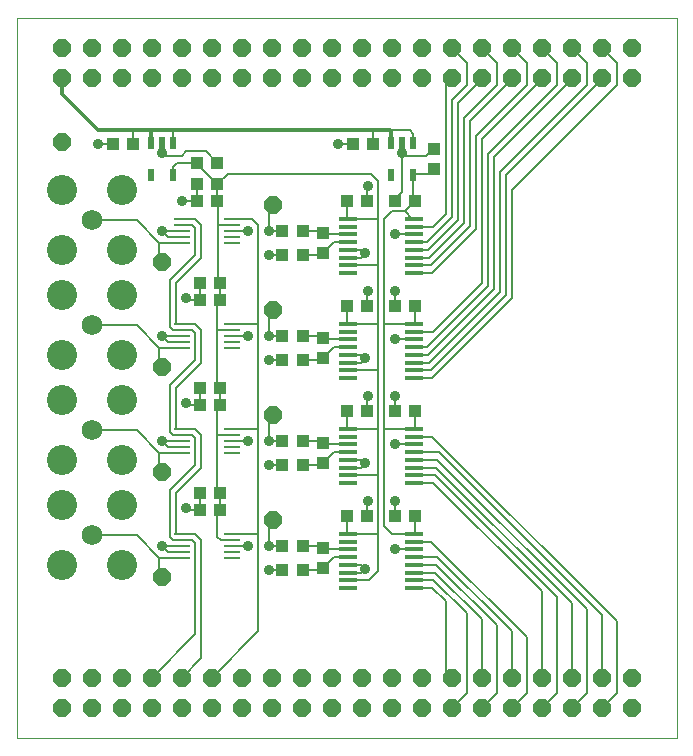
<source format=gtl>
G75*
G70*
%OFA0B0*%
%FSLAX24Y24*%
%IPPOS*%
%LPD*%
%AMOC8*
5,1,8,0,0,1.08239X$1,22.5*
%
%ADD10C,0.0000*%
%ADD11R,0.0551X0.0110*%
%ADD12C,0.1005*%
%ADD13C,0.0690*%
%ADD14R,0.0394X0.0433*%
%ADD15OC8,0.0600*%
%ADD16R,0.0413X0.0425*%
%ADD17R,0.0630X0.0138*%
%ADD18R,0.0425X0.0413*%
%ADD19R,0.0217X0.0394*%
%ADD20C,0.0080*%
%ADD21C,0.0357*%
%ADD22C,0.0120*%
D10*
X000590Y000290D02*
X000590Y024290D01*
X022590Y024290D01*
X022590Y000290D01*
X000590Y000290D01*
D11*
X006097Y006296D03*
X006097Y006493D03*
X006097Y006690D03*
X006097Y006887D03*
X006097Y007084D03*
X007783Y007084D03*
X007783Y006887D03*
X007783Y006690D03*
X007783Y006493D03*
X007783Y006296D03*
X007783Y009796D03*
X007783Y009993D03*
X007783Y010190D03*
X007783Y010387D03*
X007783Y010584D03*
X006097Y010584D03*
X006097Y010387D03*
X006097Y010190D03*
X006097Y009993D03*
X006097Y009796D03*
X006097Y013296D03*
X006097Y013493D03*
X006097Y013690D03*
X006097Y013887D03*
X006097Y014084D03*
X007783Y014084D03*
X007783Y013887D03*
X007783Y013690D03*
X007783Y013493D03*
X007783Y013296D03*
X007783Y016796D03*
X007783Y016993D03*
X007783Y017190D03*
X007783Y017387D03*
X007783Y017584D03*
X006097Y017584D03*
X006097Y017387D03*
X006097Y017190D03*
X006097Y016993D03*
X006097Y016796D03*
D12*
X004090Y016540D03*
X004090Y015040D03*
X004090Y013040D03*
X004090Y011540D03*
X002090Y011540D03*
X002090Y013040D03*
X002090Y015040D03*
X002090Y016540D03*
X002090Y018540D03*
X004090Y018540D03*
X004090Y009540D03*
X004090Y008040D03*
X004090Y006040D03*
X002090Y006040D03*
X002090Y008040D03*
X002090Y009540D03*
D13*
X003090Y010540D03*
X003090Y007040D03*
X003090Y014040D03*
X003090Y017540D03*
D14*
X009455Y017190D03*
X010125Y017190D03*
X010125Y016390D03*
X009455Y016390D03*
X009455Y013690D03*
X010125Y013690D03*
X010125Y012890D03*
X009455Y012890D03*
X009455Y010190D03*
X010125Y010190D03*
X010125Y009390D03*
X009455Y009390D03*
X009455Y006690D03*
X010125Y006690D03*
X010125Y005890D03*
X009455Y005890D03*
D15*
X009140Y007540D03*
X009140Y011040D03*
X009140Y014540D03*
X009140Y018040D03*
X005440Y016140D03*
X005440Y012640D03*
X005440Y009140D03*
X005440Y005640D03*
X005090Y002290D03*
X005090Y001290D03*
X006090Y001290D03*
X006090Y002290D03*
X007090Y002290D03*
X007090Y001290D03*
X008090Y001290D03*
X008090Y002290D03*
X009090Y002290D03*
X009090Y001290D03*
X010090Y001290D03*
X010090Y002290D03*
X011090Y002290D03*
X011090Y001290D03*
X012090Y001290D03*
X012090Y002290D03*
X013090Y002290D03*
X013090Y001290D03*
X014090Y001290D03*
X014090Y002290D03*
X015090Y002290D03*
X015090Y001290D03*
X016090Y001290D03*
X016090Y002290D03*
X017090Y002290D03*
X017090Y001290D03*
X018090Y001290D03*
X018090Y002290D03*
X019090Y002290D03*
X019090Y001290D03*
X020090Y001290D03*
X020090Y002290D03*
X021090Y002290D03*
X021090Y001290D03*
X004090Y001290D03*
X004090Y002290D03*
X003090Y002290D03*
X003090Y001290D03*
X002090Y001290D03*
X002090Y002290D03*
X002090Y020140D03*
X002090Y022290D03*
X002090Y023290D03*
X003090Y023290D03*
X003090Y022290D03*
X004090Y022290D03*
X004090Y023290D03*
X005090Y023290D03*
X005090Y022290D03*
X006090Y022290D03*
X006090Y023290D03*
X007090Y023290D03*
X007090Y022290D03*
X008090Y022290D03*
X008090Y023290D03*
X009090Y023290D03*
X009090Y022290D03*
X010090Y022290D03*
X010090Y023290D03*
X011090Y023290D03*
X011090Y022290D03*
X012090Y022290D03*
X012090Y023290D03*
X013090Y023290D03*
X013090Y022290D03*
X014090Y022290D03*
X014090Y023290D03*
X015090Y023290D03*
X015090Y022290D03*
X016090Y022290D03*
X016090Y023290D03*
X017090Y023290D03*
X017090Y022290D03*
X018090Y022290D03*
X018090Y023290D03*
X019090Y023290D03*
X019090Y022290D03*
X020090Y022290D03*
X020090Y023290D03*
X021090Y023290D03*
X021090Y022290D03*
D16*
X013884Y018190D03*
X013196Y018190D03*
X012284Y018190D03*
X011596Y018190D03*
X011796Y020090D03*
X012484Y020090D03*
X012284Y014690D03*
X011596Y014690D03*
X013196Y014690D03*
X013884Y014690D03*
X013884Y011190D03*
X013196Y011190D03*
X012284Y011190D03*
X011596Y011190D03*
X011596Y007690D03*
X012284Y007690D03*
X013196Y007690D03*
X013884Y007690D03*
X007384Y007890D03*
X007384Y008440D03*
X006696Y008440D03*
X006696Y007890D03*
X006696Y011390D03*
X006696Y011940D03*
X007384Y011940D03*
X007384Y011390D03*
X007384Y014890D03*
X007384Y015440D03*
X006696Y015440D03*
X006696Y014890D03*
X006596Y018190D03*
X006596Y018740D03*
X007284Y018740D03*
X007284Y018190D03*
X007284Y019440D03*
X006596Y019440D03*
X004484Y020090D03*
X003796Y020090D03*
D17*
X011638Y017586D03*
X011638Y017330D03*
X011638Y017074D03*
X011638Y016818D03*
X011638Y016562D03*
X011638Y016306D03*
X011638Y016050D03*
X011638Y015794D03*
X011638Y014086D03*
X011638Y013830D03*
X011638Y013574D03*
X011638Y013318D03*
X011638Y013062D03*
X011638Y012806D03*
X011638Y012550D03*
X011638Y012294D03*
X011638Y010586D03*
X011638Y010330D03*
X011638Y010074D03*
X011638Y009818D03*
X011638Y009562D03*
X011638Y009306D03*
X011638Y009050D03*
X011638Y008794D03*
X011638Y007086D03*
X011638Y006830D03*
X011638Y006574D03*
X011638Y006318D03*
X011638Y006062D03*
X011638Y005806D03*
X011638Y005550D03*
X011638Y005294D03*
X013842Y005294D03*
X013842Y005550D03*
X013842Y005806D03*
X013842Y006062D03*
X013842Y006318D03*
X013842Y006574D03*
X013842Y006830D03*
X013842Y007086D03*
X013842Y008794D03*
X013842Y009050D03*
X013842Y009306D03*
X013842Y009562D03*
X013842Y009818D03*
X013842Y010074D03*
X013842Y010330D03*
X013842Y010586D03*
X013842Y012294D03*
X013842Y012550D03*
X013842Y012806D03*
X013842Y013062D03*
X013842Y013318D03*
X013842Y013574D03*
X013842Y013830D03*
X013842Y014086D03*
X013842Y015794D03*
X013842Y016050D03*
X013842Y016306D03*
X013842Y016562D03*
X013842Y016818D03*
X013842Y017074D03*
X013842Y017330D03*
X013842Y017586D03*
D18*
X014490Y019246D03*
X014490Y019934D03*
X010790Y017134D03*
X010790Y016446D03*
X010790Y013634D03*
X010790Y012946D03*
X010790Y010134D03*
X010790Y009446D03*
X010790Y006634D03*
X010790Y005946D03*
D19*
X013066Y019059D03*
X013814Y019059D03*
X013814Y020121D03*
X013440Y020121D03*
X013066Y020121D03*
X005814Y020121D03*
X005440Y020121D03*
X005066Y020121D03*
X005066Y019059D03*
X005814Y019059D03*
D20*
X005814Y019314D01*
X005940Y019440D01*
X006596Y019440D01*
X006596Y019429D01*
X007284Y018740D01*
X007634Y019090D01*
X012390Y019090D01*
X012640Y018840D01*
X012640Y017590D01*
X012636Y017586D01*
X011638Y017586D01*
X011596Y017628D01*
X011596Y018190D01*
X011646Y017594D02*
X011638Y017586D01*
X011638Y017074D02*
X010851Y017074D01*
X010790Y017134D01*
X010734Y017190D01*
X010125Y017190D01*
X009455Y017190D02*
X008990Y017190D01*
X008990Y017890D01*
X009140Y018040D01*
X008640Y017390D02*
X008640Y014090D01*
X008284Y014084D01*
X007783Y014084D01*
X007783Y013887D02*
X007288Y013887D01*
X007284Y013890D01*
X007284Y014790D01*
X007384Y014890D01*
X007384Y015440D01*
X007290Y015534D01*
X007290Y017390D01*
X007293Y017387D01*
X007783Y017387D01*
X007783Y017584D02*
X008446Y017584D01*
X008640Y017390D01*
X008290Y017190D02*
X007783Y017190D01*
X007290Y017390D02*
X007290Y018190D01*
X007284Y018190D01*
X007284Y018740D01*
X006596Y018740D02*
X006596Y018190D01*
X006090Y018190D01*
X006097Y017584D02*
X006546Y017584D01*
X006740Y017390D01*
X006740Y016290D01*
X005890Y015440D01*
X005890Y014090D01*
X006091Y014090D01*
X006097Y014084D01*
X006546Y014084D01*
X006740Y013890D01*
X006740Y012790D01*
X005890Y011940D01*
X005890Y010590D01*
X006091Y010590D01*
X006540Y010590D01*
X006740Y010390D01*
X006740Y009290D01*
X005890Y008440D01*
X005890Y007090D01*
X006091Y007090D01*
X006097Y007084D01*
X006546Y007084D01*
X006740Y006890D01*
X006740Y002940D01*
X006090Y002290D01*
X005090Y002290D02*
X006540Y003740D01*
X006540Y006790D01*
X006440Y006890D01*
X006094Y006890D01*
X006097Y006887D01*
X006094Y006890D02*
X005790Y006890D01*
X005690Y006990D01*
X005690Y008540D01*
X006540Y009390D01*
X006540Y010290D01*
X006440Y010390D01*
X006094Y010390D01*
X006097Y010387D01*
X006094Y010390D02*
X005790Y010390D01*
X005690Y010490D01*
X005690Y012040D01*
X006540Y012890D01*
X006540Y013790D01*
X006443Y013887D01*
X006097Y013887D01*
X006094Y013890D01*
X005790Y013890D01*
X005690Y013990D01*
X005690Y015540D01*
X006540Y016390D01*
X006540Y017290D01*
X006440Y017390D01*
X006437Y017387D01*
X006097Y017387D01*
X006097Y017190D02*
X005440Y017190D01*
X005637Y016993D01*
X006097Y016993D01*
X006097Y016796D02*
X005334Y016796D01*
X005334Y016246D01*
X005440Y016140D01*
X005334Y016796D02*
X004590Y017540D01*
X003090Y017540D01*
X003290Y020090D02*
X003796Y020090D01*
X004484Y020090D02*
X004484Y020496D01*
X004440Y020540D01*
X005053Y020134D02*
X005066Y020121D01*
X005440Y020121D02*
X005440Y019790D01*
X005540Y019690D01*
X006090Y019690D01*
X006240Y019840D01*
X006890Y019840D01*
X007284Y019446D01*
X007284Y019440D01*
X005814Y020121D02*
X005814Y020516D01*
X005790Y020540D01*
X008990Y016390D02*
X009455Y016390D01*
X010125Y016390D02*
X010734Y016390D01*
X010790Y016446D01*
X011162Y016818D01*
X011638Y016818D01*
X011638Y016562D02*
X012090Y016562D01*
X012204Y016447D01*
X012063Y016306D01*
X011638Y016306D01*
X011638Y016050D02*
X012630Y016050D01*
X012640Y016040D01*
X012640Y017590D01*
X012840Y017590D02*
X012840Y014090D01*
X012844Y014094D01*
X013834Y014094D01*
X013842Y014086D01*
X013884Y014128D01*
X013884Y014690D01*
X013196Y014690D02*
X013196Y015184D01*
X013190Y015190D01*
X013842Y015794D02*
X014444Y015794D01*
X015890Y017240D01*
X015890Y020340D01*
X017590Y022040D01*
X017590Y022790D01*
X017090Y023290D01*
X016590Y022790D02*
X016090Y023290D01*
X015590Y022790D02*
X015090Y023290D01*
X015590Y022790D02*
X015590Y022040D01*
X015090Y021540D01*
X015090Y017640D01*
X014268Y016818D01*
X013842Y016818D01*
X013842Y017074D02*
X013206Y017074D01*
X013190Y017090D01*
X012840Y017590D02*
X013090Y017840D01*
X013540Y017840D01*
X013786Y017594D01*
X013834Y017594D01*
X013842Y017586D01*
X013842Y017330D02*
X014480Y017330D01*
X014890Y017740D01*
X014890Y022090D01*
X015090Y022290D01*
X015940Y022140D02*
X016090Y022290D01*
X015940Y022140D02*
X015940Y022090D01*
X015290Y021440D01*
X015290Y017540D01*
X014312Y016562D01*
X013842Y016562D01*
X013842Y016306D02*
X014356Y016306D01*
X015490Y017440D01*
X015490Y020940D01*
X016590Y022040D01*
X016590Y022790D01*
X017090Y022290D02*
X016940Y022140D01*
X016940Y022090D01*
X015690Y020840D01*
X015690Y017340D01*
X014400Y016050D01*
X013842Y016050D01*
X012640Y016040D02*
X012640Y014090D01*
X012636Y014094D01*
X011646Y014094D01*
X011638Y014086D01*
X011596Y014128D01*
X011596Y014690D01*
X012284Y014690D02*
X012284Y015184D01*
X012290Y015190D01*
X012640Y014090D02*
X012640Y012540D01*
X012630Y012550D01*
X011638Y012550D01*
X011638Y012806D02*
X012067Y012806D01*
X012204Y012944D01*
X012086Y013062D01*
X011638Y013062D01*
X011638Y013318D02*
X011162Y013318D01*
X010790Y012946D01*
X010734Y012890D01*
X010125Y012890D01*
X009455Y012890D02*
X008990Y012890D01*
X008990Y013690D02*
X008990Y014390D01*
X009140Y014540D01*
X008640Y014090D02*
X008640Y010590D01*
X008284Y010584D01*
X007783Y010584D01*
X007783Y010387D02*
X007288Y010387D01*
X007284Y010390D01*
X007284Y008540D01*
X007384Y008440D01*
X007384Y007890D01*
X007284Y007790D01*
X007284Y006996D01*
X007393Y006887D01*
X007783Y006887D01*
X007783Y007084D02*
X008284Y007084D01*
X008640Y007090D01*
X008640Y003840D01*
X007090Y002290D01*
X005440Y005640D02*
X005334Y005746D01*
X005334Y006296D01*
X006097Y006296D01*
X006097Y006493D02*
X005637Y006493D01*
X005440Y006690D01*
X006097Y006690D01*
X005334Y006296D02*
X004590Y007040D01*
X003090Y007040D01*
X005334Y009246D02*
X005334Y009796D01*
X006097Y009796D01*
X006097Y009993D02*
X005637Y009993D01*
X005440Y010190D01*
X006097Y010190D01*
X006097Y010584D02*
X006091Y010590D01*
X006290Y011390D02*
X006240Y011440D01*
X006290Y011390D02*
X006696Y011390D01*
X006696Y011940D01*
X007284Y012040D02*
X007384Y011940D01*
X007384Y011390D01*
X007284Y011290D01*
X007284Y010390D01*
X007783Y010190D02*
X008290Y010190D01*
X008640Y010590D02*
X008640Y007090D01*
X008290Y006690D02*
X007783Y006690D01*
X008990Y006690D02*
X008990Y007390D01*
X009140Y007540D01*
X008990Y006690D02*
X009455Y006690D01*
X010125Y006690D02*
X010734Y006690D01*
X010790Y006634D01*
X010851Y006574D01*
X011638Y006574D01*
X011638Y006318D02*
X011162Y006318D01*
X010790Y005946D01*
X010734Y005890D01*
X010125Y005890D01*
X009455Y005890D02*
X008990Y005890D01*
X006696Y007890D02*
X006696Y008440D01*
X006696Y007890D02*
X006290Y007890D01*
X006240Y007940D01*
X005440Y009140D02*
X005334Y009246D01*
X005334Y009796D02*
X004590Y010540D01*
X003090Y010540D01*
X005334Y012746D02*
X005334Y013296D01*
X006097Y013296D01*
X006097Y013493D02*
X005637Y013493D01*
X005440Y013690D01*
X006097Y013690D01*
X005334Y013296D02*
X004590Y014040D01*
X003090Y014040D01*
X005334Y012746D02*
X005440Y012640D01*
X007284Y012040D02*
X007284Y013890D01*
X007783Y013690D02*
X008290Y013690D01*
X008990Y013690D02*
X009455Y013690D01*
X010125Y013690D02*
X010734Y013690D01*
X010790Y013634D01*
X010851Y013574D01*
X011638Y013574D01*
X012640Y012540D02*
X012640Y010590D01*
X012636Y010594D01*
X011646Y010594D01*
X011638Y010586D01*
X011596Y010628D01*
X011596Y011190D01*
X012284Y011190D02*
X012284Y011684D01*
X012290Y011690D01*
X013190Y011690D02*
X013196Y011684D01*
X013196Y011190D01*
X012844Y010594D02*
X012840Y010590D01*
X012840Y007340D01*
X013094Y007086D01*
X013842Y007086D01*
X013884Y007128D01*
X013884Y007690D01*
X013834Y007094D02*
X013842Y007086D01*
X013842Y006830D02*
X014400Y006830D01*
X017590Y003640D01*
X017590Y001790D01*
X017090Y001290D01*
X016590Y001790D02*
X016090Y001290D01*
X015590Y001790D02*
X015090Y001290D01*
X015590Y001790D02*
X015590Y004440D01*
X014480Y005550D01*
X013842Y005550D01*
X013842Y005294D02*
X014436Y005294D01*
X014890Y004840D01*
X014890Y002490D01*
X015090Y002290D01*
X016090Y002290D02*
X016090Y004240D01*
X014524Y005806D01*
X013842Y005806D01*
X013842Y006062D02*
X014568Y006062D01*
X016590Y004040D01*
X016590Y001790D01*
X017090Y002290D02*
X017090Y003840D01*
X014612Y006318D01*
X013842Y006318D01*
X013842Y006574D02*
X013206Y006574D01*
X013190Y006590D01*
X012636Y007086D02*
X012640Y007090D01*
X012640Y009040D01*
X012630Y009050D01*
X011638Y009050D01*
X011638Y009306D02*
X012071Y009306D01*
X012204Y009440D01*
X012082Y009562D01*
X011638Y009562D01*
X011638Y009818D02*
X011162Y009818D01*
X010790Y009446D01*
X010734Y009390D01*
X010125Y009390D01*
X009455Y009390D02*
X008990Y009390D01*
X008990Y010190D02*
X008990Y010890D01*
X009140Y011040D01*
X008990Y010190D02*
X009455Y010190D01*
X010125Y010190D02*
X010734Y010190D01*
X010790Y010134D01*
X010851Y010074D01*
X011638Y010074D01*
X012640Y010590D02*
X012640Y009040D01*
X012290Y008190D02*
X012284Y008184D01*
X012284Y007690D01*
X011596Y007690D02*
X011596Y007128D01*
X011638Y007086D01*
X012636Y007086D01*
X012640Y007090D02*
X012640Y005840D01*
X012350Y005550D01*
X011638Y005550D01*
X011638Y005806D02*
X012075Y005806D01*
X012204Y005936D01*
X012078Y006062D01*
X011638Y006062D01*
X013196Y007690D02*
X013196Y008184D01*
X013190Y008190D01*
X013842Y008794D02*
X014486Y008794D01*
X018090Y005190D01*
X018090Y002290D01*
X018590Y001790D02*
X018090Y001290D01*
X018590Y001790D02*
X018590Y004990D01*
X014530Y009050D01*
X013842Y009050D01*
X013842Y009306D02*
X014574Y009306D01*
X019090Y004790D01*
X019090Y002290D01*
X019590Y001790D02*
X019090Y001290D01*
X019590Y001790D02*
X019590Y004590D01*
X014618Y009562D01*
X013842Y009562D01*
X013842Y009818D02*
X014662Y009818D01*
X020090Y004390D01*
X020090Y002290D01*
X020590Y001790D02*
X020090Y001290D01*
X020590Y001790D02*
X020590Y004190D01*
X014450Y010330D01*
X013842Y010330D01*
X013842Y010586D02*
X013884Y010628D01*
X013884Y011190D01*
X013834Y010594D02*
X012844Y010594D01*
X012840Y010590D02*
X012840Y014090D01*
X013190Y013590D02*
X013206Y013574D01*
X013842Y013574D01*
X013842Y013830D02*
X014480Y013830D01*
X016090Y015440D01*
X016090Y020240D01*
X017890Y022040D01*
X017890Y022090D01*
X018090Y022290D01*
X018590Y022040D02*
X018590Y022790D01*
X018090Y023290D01*
X019090Y023290D02*
X019590Y022790D01*
X019590Y022040D01*
X016690Y019140D01*
X016690Y015140D01*
X014356Y012806D01*
X013842Y012806D01*
X013842Y012550D02*
X014400Y012550D01*
X016890Y015040D01*
X016890Y019040D01*
X019940Y022090D01*
X019940Y022140D01*
X020090Y022290D01*
X020590Y022040D02*
X020590Y022790D01*
X020090Y023290D01*
X019090Y022290D02*
X018940Y022140D01*
X018940Y022090D01*
X016490Y019640D01*
X016490Y015240D01*
X014312Y013062D01*
X013842Y013062D01*
X013842Y013318D02*
X014268Y013318D01*
X016290Y015340D01*
X016290Y019740D01*
X018590Y022040D01*
X020590Y022040D02*
X017090Y018540D01*
X017090Y014940D01*
X014444Y012294D01*
X013842Y012294D01*
X013834Y010594D02*
X013842Y010586D01*
X013842Y010074D02*
X013206Y010074D01*
X013190Y010090D01*
X007390Y015446D02*
X007384Y015440D01*
X006696Y015440D02*
X006696Y014890D01*
X006290Y014890D01*
X006240Y014940D01*
X011290Y020090D02*
X011796Y020090D01*
X012484Y020090D02*
X012484Y020534D01*
X012490Y020540D01*
X013040Y020540D02*
X013690Y020540D01*
X013814Y020416D01*
X013814Y020121D01*
X013440Y020121D02*
X013440Y019790D01*
X013440Y018490D01*
X013196Y018246D01*
X013196Y018190D01*
X013540Y017840D02*
X013884Y018184D01*
X013884Y018190D01*
X013814Y018260D01*
X013814Y019059D01*
X013846Y019090D01*
X014340Y019090D01*
X014490Y019240D01*
X014490Y019246D01*
X014240Y019690D02*
X013540Y019690D01*
X013440Y019790D01*
X014240Y019690D02*
X014484Y019934D01*
X014490Y019934D01*
X012290Y018690D02*
X012284Y018684D01*
X012284Y018190D01*
D21*
X012290Y018690D03*
X013440Y019790D03*
X011290Y020090D03*
X008990Y017190D03*
X008290Y017190D03*
X008990Y016390D03*
X008990Y013690D03*
X008290Y013690D03*
X008990Y012890D03*
X008990Y010190D03*
X008290Y010190D03*
X008990Y009390D03*
X008990Y006690D03*
X008290Y006690D03*
X008990Y005890D03*
X006240Y007940D03*
X005440Y006690D03*
X005440Y010190D03*
X006240Y011440D03*
X005440Y013690D03*
X006240Y014940D03*
X005440Y017190D03*
X006090Y018190D03*
X005440Y019790D03*
X003290Y020090D03*
X012204Y016447D03*
X013190Y017090D03*
X013190Y015190D03*
X012290Y015190D03*
X013190Y013590D03*
X012204Y012944D03*
X012290Y011690D03*
X013190Y011690D03*
X013190Y010090D03*
X012204Y009440D03*
X012290Y008190D03*
X013190Y008190D03*
X013190Y006590D03*
X012204Y005936D03*
D22*
X013066Y020121D02*
X013066Y020466D01*
X013040Y020540D01*
X012490Y020540D01*
X012484Y020534D02*
X012479Y020540D01*
X005790Y020540D01*
X005040Y020540D01*
X005066Y020516D01*
X005066Y020121D01*
X005040Y020540D02*
X004440Y020540D01*
X003290Y020540D01*
X002090Y021740D01*
X002090Y022290D01*
X002090Y022190D01*
M02*

</source>
